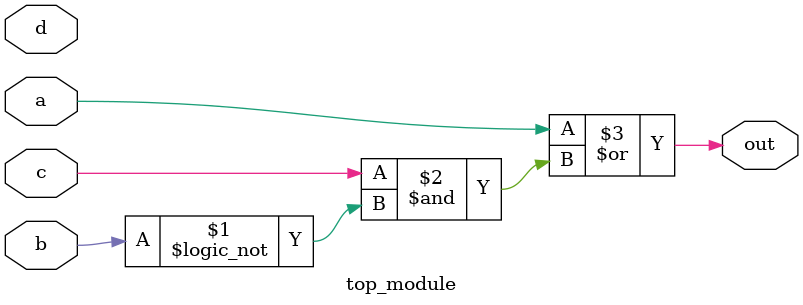
<source format=v>

module top_module(
    input a,
    input b,
    input c,
    input d,
    output out  ); 
    
    assign out = a | (c & !b);

endmodule

</source>
